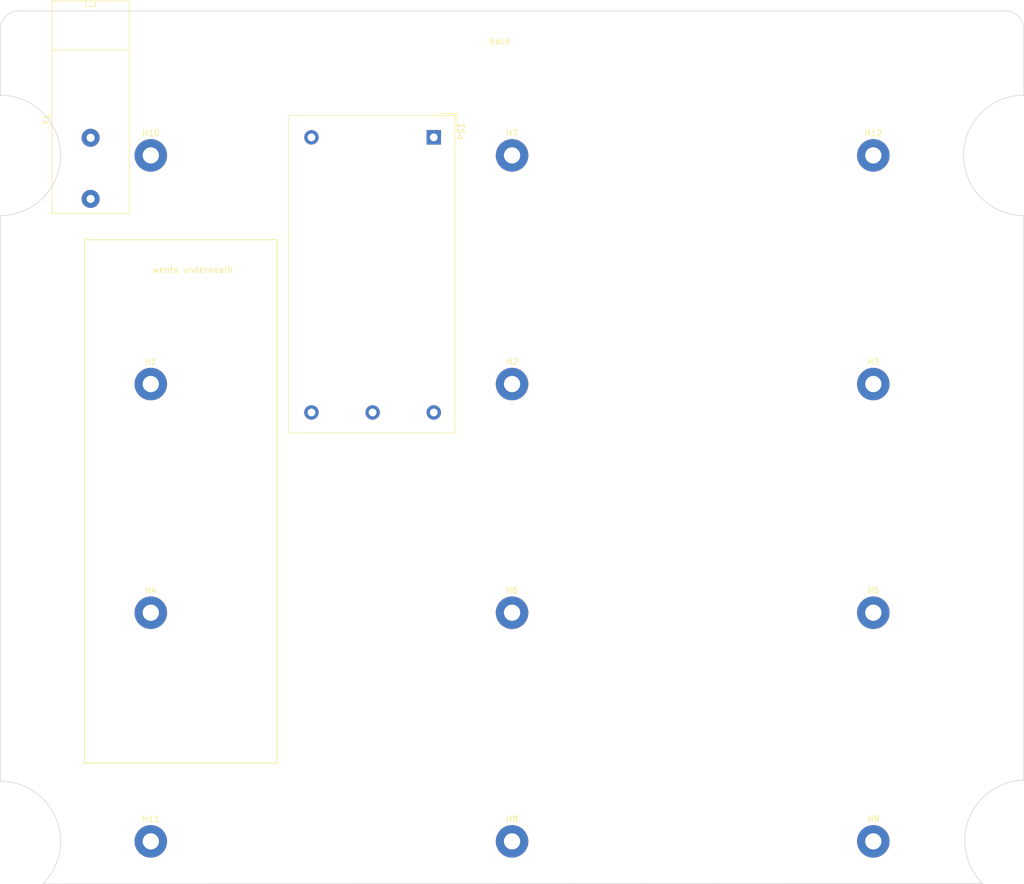
<source format=kicad_pcb>
(kicad_pcb (version 20211014) (generator pcbnew)
  (layers (0 "F.Cu" signal) (31 "B.Cu" signal) (34 "B.Paste" user) (35 "F.Paste" user) (36 "B.SilkS" user "B.Silkscreen") (37 "F.SilkS" user "F.Silkscreen") (38 "B.Mask" user) (39 "F.Mask" user) (44 "Edge.Cuts" user))
  (net 0 "")
  (net 14 "Net-(F1-Pad2)")
  (footprint "Converter_ACDC:Converter_ACDC_Recom_RAC20-xxDK_THT" (layer "F.Cu") (at 227 83 -90)
    (fp_text reference "PS1" (at -1 -4.59 90) (layer "F.SilkS"))
    (fp_text value "RAC20-15DK")
    (fp_line (start 49.12 -3.51) (end 49.12 24.13) (layer "F.SilkS") (width 0.12))
    (fp_line (start -3.62 -3.51) (end -3.62 24.13) (layer "F.SilkS") (width 0.12))
    (fp_line (start -4 -3.89) (end -1 -3.89) (layer "F.SilkS") (width 0.12))
    (fp_line (start -4 -0.89) (end -4 -3.89) (layer "F.SilkS") (width 0.12))
    (fp_line (start -3.62 -3.51) (end 49.12 -3.51) (layer "F.SilkS") (width 0.12))
    (fp_line (start -3.62 24.13) (end 49.12 24.13) (layer "F.SilkS") (width 0.12))
    (pad "1" thru_hole rect (at 0 0 270) (size 2.4 2.4) (drill 1.3) (layers *.Cu *.Mask))
    (pad "2" thru_hole circle (at 0 20.32 270) (size 2.4 2.4) (drill 1.3) (layers *.Cu *.Mask) (net 14 "Net-(F1-Pad2)"))
    (pad "3" thru_hole circle (at 45.72 20.32 270) (size 2.4 2.4) (drill 1.3) (layers *.Cu *.Mask))
    (pad "4" thru_hole circle (at 45.72 10.16 270) (size 2.4 2.4) (drill 1.3) (layers *.Cu *.Mask))
    (pad "5" thru_hole circle (at 45.72 0 270) (size 2.4 2.4) (drill 1.3) (layers *.Cu *.Mask))
  )
  (footprint "MountingHole:MountingHole_2.7mm_M2.5_Pad" (layer "F.Cu") (at 300 86)
    (fp_text reference "H12" (at 0 -3.7) (layer "F.SilkS"))
    (fp_text value "MountingHole_Pad")
    (pad "1" thru_hole circle (at 0 0) (size 5.4 5.4) (drill 2.7) (layers *.Cu *.Mask))
  )
  (footprint "MountingHole:MountingHole_2.7mm_M2.5_Pad" (layer "F.Cu") (at 240 162)
    (fp_text reference "H6" (at 0 -3.7) (layer "F.SilkS"))
    (fp_text value "MountingHole_Pad")
    (pad "1" thru_hole circle (at 0 0) (size 5.4 5.4) (drill 2.7) (layers *.Cu *.Mask))
  )
  (footprint "MountingHole:MountingHole_2.7mm_M2.5_Pad" (layer "F.Cu") (at 240 200)
    (fp_text reference "H8" (at 0 -3.7) (layer "F.SilkS"))
    (fp_text value "MountingHole_Pad")
    (pad "1" thru_hole circle (at 0 0) (size 5.4 5.4) (drill 2.7) (layers *.Cu *.Mask))
  )
  (footprint "MountingHole:MountingHole_2.7mm_M2.5_Pad" (layer "F.Cu") (at 300 124)
    (fp_text reference "H3" (at 0 -3.7) (layer "F.SilkS"))
    (fp_text value "MountingHole_Pad")
    (pad "1" thru_hole circle (at 0 0) (size 5.4 5.4) (drill 2.7) (layers *.Cu *.Mask))
  )
  (footprint "MountingHole:MountingHole_2.7mm_M2.5_Pad" (layer "F.Cu") (at 180 86)
    (fp_text reference "H10" (at 0 -3.7) (layer "F.SilkS"))
    (fp_text value "MountingHole_Pad")
    (pad "1" thru_hole circle (at 0 0) (size 5.4 5.4) (drill 2.7) (layers *.Cu *.Mask))
  )
  (footprint "MountingHole:MountingHole_2.7mm_M2.5_Pad" (layer "F.Cu") (at 300 162)
    (fp_text reference "H5" (at 0 -3.7) (layer "F.SilkS"))
    (fp_text value "MountingHole_Pad")
    (pad "1" thru_hole circle (at 0 0) (size 5.4 5.4) (drill 2.7) (layers *.Cu *.Mask))
  )
  (footprint "MountingHole:MountingHole_2.7mm_M2.5_Pad" (layer "F.Cu") (at 240 124)
    (fp_text reference "H2" (at 0 -3.7) (layer "F.SilkS"))
    (fp_text value "MountingHole_Pad")
    (pad "1" thru_hole circle (at 0 0) (size 5.4 5.4) (drill 2.7) (layers *.Cu *.Mask))
  )
  (footprint "MountingHole:MountingHole_2.7mm_M2.5_Pad" (layer "F.Cu") (at 180 162)
    (fp_text reference "H4" (at 0 -3.7) (layer "F.SilkS"))
    (fp_text value "MountingHole_Pad")
    (pad "1" thru_hole circle (at 0 0) (size 5.4 5.4) (drill 2.7) (layers *.Cu *.Mask))
  )
  (footprint "MountingHole:MountingHole_2.7mm_M2.5_Pad" (layer "F.Cu") (at 300 200)
    (fp_text reference "H9" (at 0 -3.7) (layer "F.SilkS"))
    (fp_text value "MountingHole_Pad")
    (pad "1" thru_hole circle (at 0 0) (size 5.4 5.4) (drill 2.7) (layers *.Cu *.Mask))
  )
  (footprint "MountingHole:MountingHole_2.7mm_M2.5_Pad" (layer "F.Cu") (at 240 86)
    (fp_text reference "H7" (at 0 -3.7) (layer "F.SilkS"))
    (fp_text value "MountingHole_Pad")
    (pad "1" thru_hole circle (at 0 0) (size 5.4 5.4) (drill 2.7) (layers *.Cu *.Mask))
  )
  (footprint "MountingHole:MountingHole_2.7mm_M2.5_Pad" (layer "F.Cu") (at 180 124)
    (fp_text reference "H1" (at 0 -3.7) (layer "F.SilkS"))
    (fp_text value "MountingHole_Pad")
    (pad "1" thru_hole circle (at 0 0) (size 5.4 5.4) (drill 2.7) (layers *.Cu *.Mask))
  )
  (footprint "Fuse:Fuseholder_Cylinder-5x20mm_Bulgin_FX0457_Horizontal_Closed" (layer "F.Cu") (at 170 93.23 90)
    (fp_text reference "F1" (at 13.25 -7.25 90) (layer "F.SilkS"))
    (fp_text value "Fuse")
    (fp_line (start 32.9 6.42) (end -2.44 6.42) (layer "F.SilkS") (width 0.12))
    (fp_line (start -2.44 -6.42) (end -2.44 6.42) (layer "F.SilkS") (width 0.12))
    (fp_line (start -2.44 -6.42) (end 32.9 -6.42) (layer "F.SilkS") (width 0.12))
    (fp_line (start 24.75 -6.4) (end 24.75 6.4) (layer "F.SilkS") (width 0.12))
    (fp_line (start 32.85 -0.8) (end 31.95 -0.8) (layer "F.SilkS") (width 0.12))
    (fp_line (start 31.95 0.8) (end 32.85 0.8) (layer "F.SilkS") (width 0.12))
    (fp_line (start 31.95 -0.8) (end 31.95 0.8) (layer "F.SilkS") (width 0.12))
    (fp_line (start 32.9 6.42) (end 32.9 -6.42) (layer "F.SilkS") (width 0.12))
    (pad "1" thru_hole circle (at 0 0 90) (size 3 3) (drill 1.35) (layers *.Cu *.Mask))
    (pad "2" thru_hole circle (at 10.16 0 90) (size 3 3) (drill 1.35) (layers *.Cu *.Mask) (net 14 "Net-(F1-Pad2)"))
  )
  (footprint "MountingHole:MountingHole_2.7mm_M2.5_Pad" (layer "F.Cu") (at 180 200)
    (fp_text reference "H11" (at 0 -3.7) (layer "F.SilkS"))
    (fp_text value "MountingHole_Pad")
    (pad "1" thru_hole circle (at 0 0) (size 5.4 5.4) (drill 2.7) (layers *.Cu *.Mask))
  )
  (gr_rect (start 169 100) (end 201 187) (layer "F.SilkS") (width 0.15) (fill none))
  (gr_line (start 325 96) (end 325 189.826835) (layer "Edge.Cuts") (width 0.1))
  (gr_line (start 155 76) (end 155 65) (layer "Edge.Cuts") (width 0.1))
  (gr_arc (start 325 96) (mid 315 86) (end 325 76) (layer "Edge.Cuts") (width 0.1))
  (gr_arc (start 318.167727 207) (mid 315.908053 196.155319) (end 325 189.826835) (layer "Edge.Cuts") (width 0.1))
  (gr_line (start 162.071068 207.071068) (end 318.167727 207) (layer "Edge.Cuts") (width 0.1))
  (gr_arc (start 155 190) (mid 164.238795 196.173166) (end 162.071068 207.071068) (layer "Edge.Cuts") (width 0.1))
  (gr_arc (start 155 76) (mid 165 86) (end 155 96) (layer "Edge.Cuts") (width 0.1))
  (gr_line (start 325 76) (end 325 65) (layer "Edge.Cuts") (width 0.1))
  (gr_line (start 155 96) (end 155 190) (layer "Edge.Cuts") (width 0.1))
  (gr_line (start 158 62) (end 322 62) (layer "Edge.Cuts") (width 0.1))
  (gr_arc (start 322 62) (mid 324.12132 62.87868) (end 325 65) (layer "Edge.Cuts") (width 0.1))
  (gr_arc (start 155 65) (mid 155.87868 62.87868) (end 158 62) (layer "Edge.Cuts") (width 0.1))
  (gr_text "wents underneath\n" (at 187 105) (layer "F.SilkS") (effects (font (size 1 1))))
  (gr_text "back\n" (at 238 67) (layer "F.SilkS") (effects (font (size 1 1))))
)
</source>
